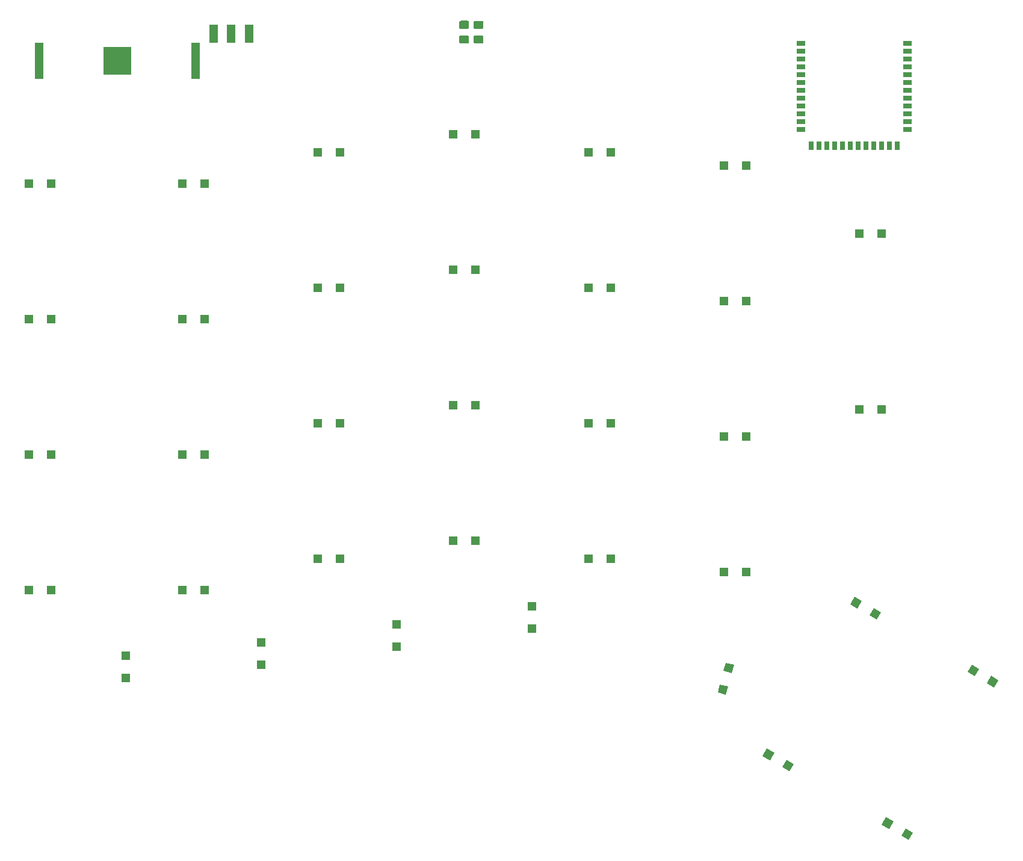
<source format=gbp>
G04 #@! TF.GenerationSoftware,KiCad,Pcbnew,5.1.5-52549c5~86~ubuntu18.04.1*
G04 #@! TF.CreationDate,2020-05-04T16:07:07-07:00*
G04 #@! TF.ProjectId,redox_rev1,7265646f-785f-4726-9576-312e6b696361,1.0*
G04 #@! TF.SameCoordinates,Original*
G04 #@! TF.FileFunction,Paste,Bot*
G04 #@! TF.FilePolarity,Positive*
%FSLAX46Y46*%
G04 Gerber Fmt 4.6, Leading zero omitted, Abs format (unit mm)*
G04 Created by KiCad (PCBNEW 5.1.5-52549c5~86~ubuntu18.04.1) date 2020-05-04 16:07:07*
%MOMM*%
%LPD*%
G04 APERTURE LIST*
%ADD10R,1.198880X0.698500*%
%ADD11R,0.698500X1.198880*%
%ADD12R,1.200000X1.200000*%
%ADD13C,0.100000*%
%ADD14R,1.250000X2.500000*%
%ADD15R,1.270000X5.080000*%
%ADD16R,3.960000X3.960000*%
G04 APERTURE END LIST*
D10*
X213492080Y-67246500D03*
X198495920Y-60647580D03*
X198495920Y-59547760D03*
D11*
X212041740Y-69596000D03*
D10*
X213492080Y-65046860D03*
X213492080Y-63947040D03*
X213492080Y-62847220D03*
X213492080Y-61747400D03*
X213492080Y-60647580D03*
X213492080Y-59547760D03*
X213492080Y-58447940D03*
X213492080Y-57348120D03*
X213492080Y-56248300D03*
X198495920Y-55148480D03*
X198495920Y-56248300D03*
X198495920Y-57348120D03*
X198495920Y-58447940D03*
X198495920Y-61747400D03*
X198495920Y-62847220D03*
X198495920Y-63947040D03*
X198495920Y-65046860D03*
X198495920Y-66146680D03*
X198495920Y-67246500D03*
D11*
X199946260Y-69596000D03*
X201046080Y-69596000D03*
X202145900Y-69596000D03*
X203245720Y-69596000D03*
X204345540Y-69596000D03*
X205445360Y-69596000D03*
X206542640Y-69596000D03*
X207642460Y-69596000D03*
X208742280Y-69596000D03*
X209842100Y-69596000D03*
X210941920Y-69596000D03*
D10*
X213492080Y-55148480D03*
X213492080Y-66146680D03*
D12*
X93015000Y-74930000D03*
X89865000Y-74930000D03*
X114605000Y-74930000D03*
X111455000Y-74930000D03*
X133655000Y-70485000D03*
X130505000Y-70485000D03*
X152705000Y-67945000D03*
X149555000Y-67945000D03*
X171755000Y-70485000D03*
X168605000Y-70485000D03*
X190805000Y-72390000D03*
X187655000Y-72390000D03*
X209855000Y-81915000D03*
X206705000Y-81915000D03*
X93015000Y-93980000D03*
X89865000Y-93980000D03*
X114605000Y-93980000D03*
X111455000Y-93980000D03*
X133655000Y-89535000D03*
X130505000Y-89535000D03*
X152705000Y-86995000D03*
X149555000Y-86995000D03*
X171755000Y-89535000D03*
X168605000Y-89535000D03*
X190805000Y-91440000D03*
X187655000Y-91440000D03*
X209855000Y-106680000D03*
X206705000Y-106680000D03*
X93015000Y-113030000D03*
X89865000Y-113030000D03*
X114605000Y-113030000D03*
X111455000Y-113030000D03*
X133655000Y-108585000D03*
X130505000Y-108585000D03*
X152705000Y-106045000D03*
X149555000Y-106045000D03*
X171755000Y-108585000D03*
X168605000Y-108585000D03*
X190805000Y-110490000D03*
X187655000Y-110490000D03*
D13*
G36*
X209828605Y-135187885D02*
G01*
X209228605Y-136227115D01*
X208189375Y-135627115D01*
X208789375Y-134587885D01*
X209828605Y-135187885D01*
G37*
G36*
X207100625Y-133612885D02*
G01*
X206500625Y-134652115D01*
X205461395Y-134052115D01*
X206061395Y-133012885D01*
X207100625Y-133612885D01*
G37*
D12*
X93015000Y-132080000D03*
X89865000Y-132080000D03*
X114605000Y-132080000D03*
X111455000Y-132080000D03*
X133655000Y-127635000D03*
X130505000Y-127635000D03*
X152705000Y-125095000D03*
X149555000Y-125095000D03*
X171755000Y-127635000D03*
X168605000Y-127635000D03*
X190805000Y-129540000D03*
X187655000Y-129540000D03*
D13*
G36*
X226338605Y-144712885D02*
G01*
X225738605Y-145752115D01*
X224699375Y-145152115D01*
X225299375Y-144112885D01*
X226338605Y-144712885D01*
G37*
G36*
X223610625Y-143137885D02*
G01*
X223010625Y-144177115D01*
X221971395Y-143577115D01*
X222571395Y-142537885D01*
X223610625Y-143137885D01*
G37*
D12*
X103505000Y-141300000D03*
X103505000Y-144450000D03*
X122555000Y-139395000D03*
X122555000Y-142545000D03*
X141605000Y-136855000D03*
X141605000Y-140005000D03*
X160655000Y-134315000D03*
X160655000Y-137465000D03*
D13*
G36*
X187943376Y-142269820D02*
G01*
X189102487Y-142580403D01*
X188791904Y-143739514D01*
X187632793Y-143428931D01*
X187943376Y-142269820D01*
G37*
G36*
X187128096Y-145312486D02*
G01*
X188287207Y-145623069D01*
X187976624Y-146782180D01*
X186817513Y-146471597D01*
X187128096Y-145312486D01*
G37*
G36*
X197509605Y-156523885D02*
G01*
X196909605Y-157563115D01*
X195870375Y-156963115D01*
X196470375Y-155923885D01*
X197509605Y-156523885D01*
G37*
G36*
X194781625Y-154948885D02*
G01*
X194181625Y-155988115D01*
X193142395Y-155388115D01*
X193742395Y-154348885D01*
X194781625Y-154948885D01*
G37*
G36*
X214273605Y-166175885D02*
G01*
X213673605Y-167215115D01*
X212634375Y-166615115D01*
X213234375Y-165575885D01*
X214273605Y-166175885D01*
G37*
G36*
X211545625Y-164600885D02*
G01*
X210945625Y-165640115D01*
X209906395Y-165040115D01*
X210506395Y-164000885D01*
X211545625Y-164600885D01*
G37*
D14*
X115876700Y-53854800D03*
X118376700Y-53854800D03*
X120876700Y-53854800D03*
D15*
X91356680Y-57668160D03*
X113326680Y-57668160D03*
D16*
X102341680Y-57668160D03*
D13*
G36*
X151604505Y-54045204D02*
G01*
X151628773Y-54048804D01*
X151652572Y-54054765D01*
X151675671Y-54063030D01*
X151697850Y-54073520D01*
X151718893Y-54086132D01*
X151738599Y-54100747D01*
X151756777Y-54117223D01*
X151773253Y-54135401D01*
X151787868Y-54155107D01*
X151800480Y-54176150D01*
X151810970Y-54198329D01*
X151819235Y-54221428D01*
X151825196Y-54245227D01*
X151828796Y-54269495D01*
X151830000Y-54293999D01*
X151830000Y-54944001D01*
X151828796Y-54968505D01*
X151825196Y-54992773D01*
X151819235Y-55016572D01*
X151810970Y-55039671D01*
X151800480Y-55061850D01*
X151787868Y-55082893D01*
X151773253Y-55102599D01*
X151756777Y-55120777D01*
X151738599Y-55137253D01*
X151718893Y-55151868D01*
X151697850Y-55164480D01*
X151675671Y-55174970D01*
X151652572Y-55183235D01*
X151628773Y-55189196D01*
X151604505Y-55192796D01*
X151580001Y-55194000D01*
X150679999Y-55194000D01*
X150655495Y-55192796D01*
X150631227Y-55189196D01*
X150607428Y-55183235D01*
X150584329Y-55174970D01*
X150562150Y-55164480D01*
X150541107Y-55151868D01*
X150521401Y-55137253D01*
X150503223Y-55120777D01*
X150486747Y-55102599D01*
X150472132Y-55082893D01*
X150459520Y-55061850D01*
X150449030Y-55039671D01*
X150440765Y-55016572D01*
X150434804Y-54992773D01*
X150431204Y-54968505D01*
X150430000Y-54944001D01*
X150430000Y-54293999D01*
X150431204Y-54269495D01*
X150434804Y-54245227D01*
X150440765Y-54221428D01*
X150449030Y-54198329D01*
X150459520Y-54176150D01*
X150472132Y-54155107D01*
X150486747Y-54135401D01*
X150503223Y-54117223D01*
X150521401Y-54100747D01*
X150541107Y-54086132D01*
X150562150Y-54073520D01*
X150584329Y-54063030D01*
X150607428Y-54054765D01*
X150631227Y-54048804D01*
X150655495Y-54045204D01*
X150679999Y-54044000D01*
X151580001Y-54044000D01*
X151604505Y-54045204D01*
G37*
G36*
X151604505Y-51995204D02*
G01*
X151628773Y-51998804D01*
X151652572Y-52004765D01*
X151675671Y-52013030D01*
X151697850Y-52023520D01*
X151718893Y-52036132D01*
X151738599Y-52050747D01*
X151756777Y-52067223D01*
X151773253Y-52085401D01*
X151787868Y-52105107D01*
X151800480Y-52126150D01*
X151810970Y-52148329D01*
X151819235Y-52171428D01*
X151825196Y-52195227D01*
X151828796Y-52219495D01*
X151830000Y-52243999D01*
X151830000Y-52894001D01*
X151828796Y-52918505D01*
X151825196Y-52942773D01*
X151819235Y-52966572D01*
X151810970Y-52989671D01*
X151800480Y-53011850D01*
X151787868Y-53032893D01*
X151773253Y-53052599D01*
X151756777Y-53070777D01*
X151738599Y-53087253D01*
X151718893Y-53101868D01*
X151697850Y-53114480D01*
X151675671Y-53124970D01*
X151652572Y-53133235D01*
X151628773Y-53139196D01*
X151604505Y-53142796D01*
X151580001Y-53144000D01*
X150679999Y-53144000D01*
X150655495Y-53142796D01*
X150631227Y-53139196D01*
X150607428Y-53133235D01*
X150584329Y-53124970D01*
X150562150Y-53114480D01*
X150541107Y-53101868D01*
X150521401Y-53087253D01*
X150503223Y-53070777D01*
X150486747Y-53052599D01*
X150472132Y-53032893D01*
X150459520Y-53011850D01*
X150449030Y-52989671D01*
X150440765Y-52966572D01*
X150434804Y-52942773D01*
X150431204Y-52918505D01*
X150430000Y-52894001D01*
X150430000Y-52243999D01*
X150431204Y-52219495D01*
X150434804Y-52195227D01*
X150440765Y-52171428D01*
X150449030Y-52148329D01*
X150459520Y-52126150D01*
X150472132Y-52105107D01*
X150486747Y-52085401D01*
X150503223Y-52067223D01*
X150521401Y-52050747D01*
X150541107Y-52036132D01*
X150562150Y-52023520D01*
X150584329Y-52013030D01*
X150607428Y-52004765D01*
X150631227Y-51998804D01*
X150655495Y-51995204D01*
X150679999Y-51994000D01*
X151580001Y-51994000D01*
X151604505Y-51995204D01*
G37*
G36*
X153636505Y-54054204D02*
G01*
X153660773Y-54057804D01*
X153684572Y-54063765D01*
X153707671Y-54072030D01*
X153729850Y-54082520D01*
X153750893Y-54095132D01*
X153770599Y-54109747D01*
X153788777Y-54126223D01*
X153805253Y-54144401D01*
X153819868Y-54164107D01*
X153832480Y-54185150D01*
X153842970Y-54207329D01*
X153851235Y-54230428D01*
X153857196Y-54254227D01*
X153860796Y-54278495D01*
X153862000Y-54302999D01*
X153862000Y-54953001D01*
X153860796Y-54977505D01*
X153857196Y-55001773D01*
X153851235Y-55025572D01*
X153842970Y-55048671D01*
X153832480Y-55070850D01*
X153819868Y-55091893D01*
X153805253Y-55111599D01*
X153788777Y-55129777D01*
X153770599Y-55146253D01*
X153750893Y-55160868D01*
X153729850Y-55173480D01*
X153707671Y-55183970D01*
X153684572Y-55192235D01*
X153660773Y-55198196D01*
X153636505Y-55201796D01*
X153612001Y-55203000D01*
X152711999Y-55203000D01*
X152687495Y-55201796D01*
X152663227Y-55198196D01*
X152639428Y-55192235D01*
X152616329Y-55183970D01*
X152594150Y-55173480D01*
X152573107Y-55160868D01*
X152553401Y-55146253D01*
X152535223Y-55129777D01*
X152518747Y-55111599D01*
X152504132Y-55091893D01*
X152491520Y-55070850D01*
X152481030Y-55048671D01*
X152472765Y-55025572D01*
X152466804Y-55001773D01*
X152463204Y-54977505D01*
X152462000Y-54953001D01*
X152462000Y-54302999D01*
X152463204Y-54278495D01*
X152466804Y-54254227D01*
X152472765Y-54230428D01*
X152481030Y-54207329D01*
X152491520Y-54185150D01*
X152504132Y-54164107D01*
X152518747Y-54144401D01*
X152535223Y-54126223D01*
X152553401Y-54109747D01*
X152573107Y-54095132D01*
X152594150Y-54082520D01*
X152616329Y-54072030D01*
X152639428Y-54063765D01*
X152663227Y-54057804D01*
X152687495Y-54054204D01*
X152711999Y-54053000D01*
X153612001Y-54053000D01*
X153636505Y-54054204D01*
G37*
G36*
X153636505Y-52004204D02*
G01*
X153660773Y-52007804D01*
X153684572Y-52013765D01*
X153707671Y-52022030D01*
X153729850Y-52032520D01*
X153750893Y-52045132D01*
X153770599Y-52059747D01*
X153788777Y-52076223D01*
X153805253Y-52094401D01*
X153819868Y-52114107D01*
X153832480Y-52135150D01*
X153842970Y-52157329D01*
X153851235Y-52180428D01*
X153857196Y-52204227D01*
X153860796Y-52228495D01*
X153862000Y-52252999D01*
X153862000Y-52903001D01*
X153860796Y-52927505D01*
X153857196Y-52951773D01*
X153851235Y-52975572D01*
X153842970Y-52998671D01*
X153832480Y-53020850D01*
X153819868Y-53041893D01*
X153805253Y-53061599D01*
X153788777Y-53079777D01*
X153770599Y-53096253D01*
X153750893Y-53110868D01*
X153729850Y-53123480D01*
X153707671Y-53133970D01*
X153684572Y-53142235D01*
X153660773Y-53148196D01*
X153636505Y-53151796D01*
X153612001Y-53153000D01*
X152711999Y-53153000D01*
X152687495Y-53151796D01*
X152663227Y-53148196D01*
X152639428Y-53142235D01*
X152616329Y-53133970D01*
X152594150Y-53123480D01*
X152573107Y-53110868D01*
X152553401Y-53096253D01*
X152535223Y-53079777D01*
X152518747Y-53061599D01*
X152504132Y-53041893D01*
X152491520Y-53020850D01*
X152481030Y-52998671D01*
X152472765Y-52975572D01*
X152466804Y-52951773D01*
X152463204Y-52927505D01*
X152462000Y-52903001D01*
X152462000Y-52252999D01*
X152463204Y-52228495D01*
X152466804Y-52204227D01*
X152472765Y-52180428D01*
X152481030Y-52157329D01*
X152491520Y-52135150D01*
X152504132Y-52114107D01*
X152518747Y-52094401D01*
X152535223Y-52076223D01*
X152553401Y-52059747D01*
X152573107Y-52045132D01*
X152594150Y-52032520D01*
X152616329Y-52022030D01*
X152639428Y-52013765D01*
X152663227Y-52007804D01*
X152687495Y-52004204D01*
X152711999Y-52003000D01*
X153612001Y-52003000D01*
X153636505Y-52004204D01*
G37*
M02*

</source>
